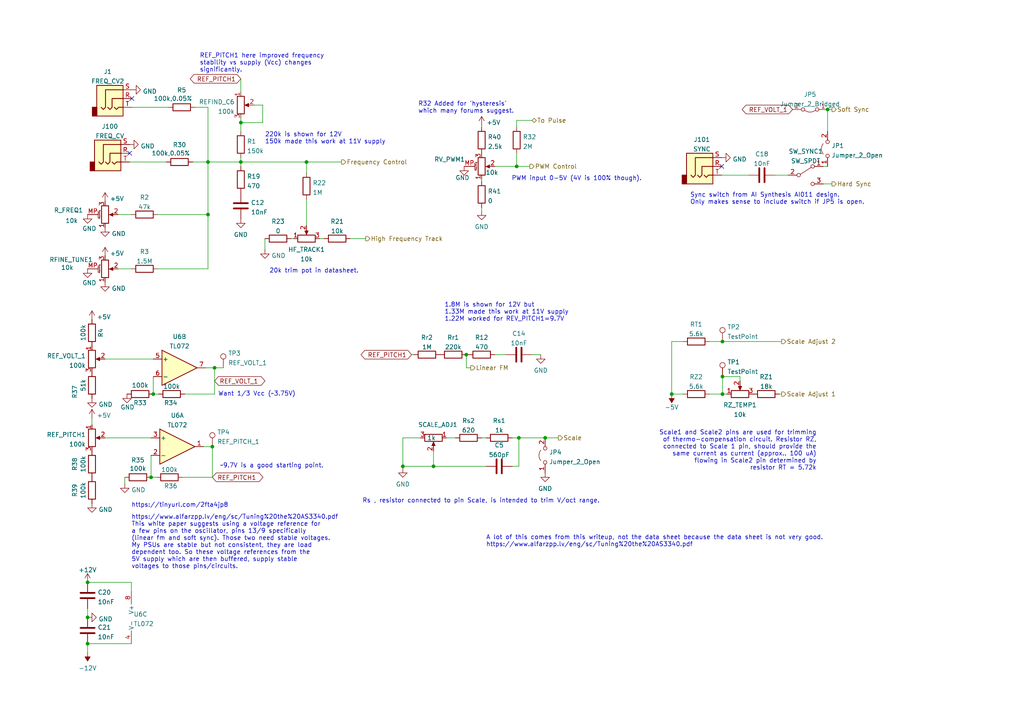
<source format=kicad_sch>
(kicad_sch (version 20211123) (generator eeschema)
  (paper "A4")
  (title_block (title "3340_VCO") (date "2023-01-09") (rev "2.1") (company "RobotDialogs"))
  (lib_symbols
    (symbol "Amplifier_Operational:TL072" (pin_names (offset 0.127))
      (property "Reference" "U" (at 0 5.08 0))
      (property "Value" "TL072" (at 0 -5.08 0))
      (symbol "TL072_1_1"
        (polyline (pts (xy -5.08 5.08) (xy 5.08 0) (xy -5.08 -5.08) (xy -5.08 5.08)) (stroke (width 0.254)) (fill (type background)))
        (pin output line (at 7.62 0 180) (length 2.54) (name "~") (number "1"))
        (pin input line (at -7.62 -2.54 0) (length 2.54) (name "-") (number "2"))
        (pin input line (at -7.62 2.54 0) (length 2.54) (name "+") (number "3"))
      )
      (symbol "TL072_2_1"
        (polyline (pts (xy -5.08 5.08) (xy 5.08 0) (xy -5.08 -5.08) (xy -5.08 5.08)) (stroke (width 0.254)) (fill (type background)))
        (pin input line (at -7.62 2.54 0) (length 2.54) (name "+") (number "5"))
        (pin input line (at -7.62 -2.54 0) (length 2.54) (name "-") (number "6"))
        (pin output line (at 7.62 0 180) (length 2.54) (name "~") (number "7"))
      )
      (symbol "TL072_3_1"
        (pin power_in line (at -2.54 -7.62 90) (length 3.81) (name "V-") (number "4"))
        (pin power_in line (at -2.54 7.62 270) (length 3.81) (name "V+") (number "8"))
      )
    )
    (symbol "Connector:AudioJack3"
      (property "Reference" "J" (at 0 8.89 0))
      (property "Value" "AudioJack3" (at 0 6.35 0))
      (symbol "AudioJack3_0_1"
        (rectangle (start -5.08 -5.08) (end -6.35 -2.54) (stroke (width 0.254)) (fill (type outline)))
        (polyline (pts (xy 0 -2.54) (xy 0.635 -3.175) (xy 1.27 -2.54) (xy 2.54 -2.54)) (stroke (width 0.254)))
        (polyline (pts (xy -1.905 -2.54) (xy -1.27 -3.175) (xy -0.635 -2.54) (xy -0.635 0) (xy 2.54 0)) (stroke (width 0.254)))
        (polyline (pts (xy 2.54 2.54) (xy -2.54 2.54) (xy -2.54 -2.54) (xy -3.175 -3.175) (xy -3.81 -2.54)) (stroke (width 0.254)))
        (rectangle (start 2.54 3.81) (end -5.08 -5.08) (stroke (width 0.254)) (fill (type background)))
      )
      (symbol "AudioJack3_1_1"
        (pin passive line (at 5.08 0 180) (length 2.54) (name "~") (number "R"))
        (pin passive line (at 5.08 2.54 180) (length 2.54) (name "~") (number "S"))
        (pin passive line (at 5.08 -2.54 180) (length 2.54) (name "~") (number "T"))
      )
    )
    (symbol "Connector:TestPoint" (pin_numbers hide) (pin_names (offset 0.762) hide)
      (property "Reference" "TP" (at 0 6.858 0))
      (property "Value" "TestPoint" (at 0 5.08 0))
      (symbol "TestPoint_0_1"
        (circle (center 0 3.302) (radius 0.762))
      )
      (symbol "TestPoint_1_1"
        (pin passive line (at 0 0 90) (length 2.54) (name "1") (number "1"))
      )
    )
    (symbol "Device:C" (pin_numbers hide) (pin_names (offset 0.254))
      (property "Reference" "C" (at 0.635 2.54 0))
      (property "Value" "C" (at 0.635 -2.54 0))
      (symbol "C_0_1"
        (polyline (pts (xy -2.032 -0.762) (xy 2.032 -0.762)) (stroke (width 0.508)))
        (polyline (pts (xy -2.032 0.762) (xy 2.032 0.762)) (stroke (width 0.508)))
      )
      (symbol "C_1_1"
        (pin passive line (at 0 3.81 270) (length 2.794) (name "~") (number "1"))
        (pin passive line (at 0 -3.81 90) (length 2.794) (name "~") (number "2"))
      )
    )
    (symbol "Device:R" (pin_numbers hide) (pin_names (offset 0))
      (property "Reference" "R" (at 2.032 0 90))
      (property "Value" "R" (at 0 0 90))
      (symbol "R_0_1"
        (rectangle (start -1.016 -2.54) (end 1.016 2.54) (stroke (width 0.254)))
      )
      (symbol "R_1_1"
        (pin passive line (at 0 3.81 270) (length 1.27) (name "~") (number "1"))
        (pin passive line (at 0 -3.81 90) (length 1.27) (name "~") (number "2"))
      )
    )
    (symbol "Device:R_Potentiometer" (pin_names (offset 1.016) hide)
      (property "Reference" "RV" (at -4.445 0 90))
      (property "Value" "R_Potentiometer" (at -2.54 0 90))
      (symbol "R_Potentiometer_0_1"
        (polyline (pts (xy 2.54 0) (xy 1.524 0)))
        (polyline (pts (xy 1.143 0) (xy 2.286 0.508) (xy 2.286 -0.508) (xy 1.143 0)) (fill (type outline)))
        (rectangle (start 1.016 2.54) (end -1.016 -2.54) (stroke (width 0.254)))
      )
      (symbol "R_Potentiometer_1_1"
        (pin passive line (at 0 3.81 270) (length 1.27) (name "1") (number "1"))
        (pin passive line (at 3.81 0 180) (length 1.27) (name "2") (number "2"))
        (pin passive line (at 0 -3.81 90) (length 1.27) (name "3") (number "3"))
      )
    )
    (symbol "Device:R_Potentiometer_MountingPin" (pin_names (offset 1.016) hide)
      (property "Reference" "RV" (at -8.255 0 90))
      (property "Value" "R_Potentiometer_MountingPin" (at -6.35 0 90))
      (symbol "R_Potentiometer_MountingPin_0_1"
        (polyline (pts (xy 2.54 0) (xy 1.524 0)))
        (polyline (pts (xy 1.143 0) (xy 2.286 0.508) (xy 2.286 -0.508)) (fill (type outline)))
        (rectangle (start 1.016 2.54) (end -1.016 -2.54) (stroke (width 0.254)))
      )
      (symbol "R_Potentiometer_MountingPin_1_1"
        (polyline (pts (xy -2.032 1.016) (xy -2.032 -1.016)) (stroke (width 0.1524)))
        (text "Mounting" (at -1.651 0 900) (effects (font (size 0.381 0.381))))
        (pin passive line (at 0 3.81 270) (length 1.27) (name "1") (number "1"))
        (pin passive line (at 3.81 0 180) (length 1.27) (name "2") (number "2"))
        (pin passive line (at 0 -3.81 90) (length 1.27) (name "3") (number "3"))
        (pin passive line (at -5.08 0 0) (length 3.048) (name "MountPin") (number "MP"))
      )
    )
    (symbol "Jumper:Jumper_2_Bridged" (pin_names (offset 0) hide)
      (property "Reference" "JP" (at 0 1.905 0))
      (property "Value" "Jumper_2_Bridged" (at 0 -2.54 0))
      (symbol "Jumper_2_Bridged_0_0"
        (circle (center -2.032 0) (radius 0.508))
        (circle (center 2.032 0) (radius 0.508))
      )
      (symbol "Jumper_2_Bridged_0_1"
        (arc (start 1.524 0.254) (mid 0 0.762) (end -1.524 0.254))
      )
      (symbol "Jumper_2_Bridged_1_1"
        (pin passive line (at -5.08 0 0) (length 2.54) (name "A") (number "1"))
        (pin passive line (at 5.08 0 180) (length 2.54) (name "B") (number "2"))
      )
    )
    (symbol "Jumper:Jumper_2_Open" (pin_names (offset 0) hide)
      (property "Reference" "JP" (at 0 2.794 0))
      (property "Value" "Jumper_2_Open" (at 0 -2.286 0))
      (symbol "Jumper_2_Open_0_0"
        (circle (center -2.032 0) (radius 0.508))
        (circle (center 2.032 0) (radius 0.508))
      )
      (symbol "Jumper_2_Open_0_1"
        (arc (start 1.524 1.27) (mid 0 1.778) (end -1.524 1.27))
      )
      (symbol "Jumper_2_Open_1_1"
        (pin passive line (at -5.08 0 0) (length 2.54) (name "A") (number "1"))
        (pin passive line (at 5.08 0 180) (length 2.54) (name "B") (number "2"))
      )
    )
    (symbol "Switch:SW_SPDT" (pin_names (offset 0) hide)
      (property "Reference" "SW" (at 0 4.318 0))
      (property "Value" "SW_SPDT" (at 0 -5.08 0))
      (symbol "SW_SPDT_0_0"
        (circle (center -2.032 0) (radius 0.508))
        (circle (center 2.032 -2.54) (radius 0.508))
      )
      (symbol "SW_SPDT_0_1"
        (polyline (pts (xy -1.524 0.254) (xy 1.651 2.286)))
        (circle (center 2.032 2.54) (radius 0.508))
      )
      (symbol "SW_SPDT_1_1"
        (pin passive line (at 5.08 2.54 180) (length 2.54) (name "A") (number "1"))
        (pin passive line (at -5.08 0 0) (length 2.54) (name "B") (number "2"))
        (pin passive line (at 5.08 -2.54 180) (length 2.54) (name "C") (number "3"))
      )
    )
    (symbol "power:+12V" (power) (pin_names (offset 0))
      (property "Value" "+12V" (at 0 3.556 0))
      (symbol "+12V_0_1"
        (polyline (pts (xy -0.762 1.27) (xy 0 2.54)))
        (polyline (pts (xy 0 0) (xy 0 2.54)))
        (polyline (pts (xy 0 2.54) (xy 0.762 1.27)))
      )
      (symbol "+12V_1_1"
        (pin power_in line (at 0 0 90) (length 0) hide (name "+12V") (number "1"))
      )
    )
    (symbol "power:+5V" (power) (pin_names (offset 0))
      (property "Value" "+5V" (at 0 3.556 0))
      (symbol "+5V_0_1"
        (polyline (pts (xy -0.762 1.27) (xy 0 2.54)))
        (polyline (pts (xy 0 0) (xy 0 2.54)))
        (polyline (pts (xy 0 2.54) (xy 0.762 1.27)))
      )
      (symbol "+5V_1_1"
        (pin power_in line (at 0 0 90) (length 0) hide (name "+5V") (number "1"))
      )
    )
    (symbol "power:-12V" (power) (pin_names (offset 0))
      (property "Value" "-12V" (at 0 3.81 0))
      (symbol "-12V_0_0"
        (pin power_in line (at 0 0 90) (length 0) hide (name "-12V") (number "1"))
      )
      (symbol "-12V_0_1"
        (polyline (pts (xy 0 0) (xy 0 1.27) (xy 0.762 1.27) (xy 0 2.54) (xy -0.762 1.27) (xy 0 1.27)) (fill (type outline)))
      )
    )
    (symbol "power:-5V" (power) (pin_names (offset 0))
      (property "Value" "-5V" (at 0 3.81 0))
      (symbol "-5V_0_0"
        (pin power_in line (at 0 0 90) (length 0) hide (name "-5V") (number "1"))
      )
      (symbol "-5V_0_1"
        (polyline (pts (xy 0 0) (xy 0 1.27) (xy 0.762 1.27) (xy 0 2.54) (xy -0.762 1.27) (xy 0 1.27)) (fill (type outline)))
      )
    )
    (symbol "power:GND" (power) (pin_names (offset 0))
      (property "Value" "GND" (at 0 -3.81 0))
      (symbol "GND_0_1"
        (polyline (pts (xy 0 0) (xy 0 -1.27) (xy 1.27 -1.27) (xy 0 -2.54) (xy -1.27 -1.27) (xy 0 -1.27)))
      )
      (symbol "GND_1_1"
        (pin power_in line (at 0 0 270) (length 0) hide (name "GND") (number "1"))
      )
    )
  )
  (junction (at 209.55 99.06))
  (junction (at 209.55 109.22))
  (junction (at 209.55 114.3))
  (junction (at 116.84 135.255))
  (junction (at 25.4 179.07))
  (junction (at 125.73 135.255))
  (junction (at 43.815 138.43))
  (junction (at 60.325 46.99))
  (junction (at 194.818 114.3))
  (junction (at 158.115 127))
  (junction (at 25.4 168.91))
  (junction (at 25.4 186.69))
  (junction (at 149.86 48.26))
  (junction (at 69.85 46.99))
  (junction (at 69.85 35.56))
  (junction (at 61.595 129.54))
  (junction (at 88.9 46.99))
  (junction (at 44.45 114.3))
  (junction (at 60.325 62.23))
  (junction (at 240.03 31.75))
  (junction (at 62.23 106.68))
  (junction (at 135.255 102.87))
  (junction (at 150.495 127))
  (no_connect (at 37.592 44.45))
  (no_connect (at 209.296 48.26))
  (no_connect (at 38.227 28.575))
  (wire (pts (xy 143.51 102.87) (xy 146.685 102.87)))
  (wire (pts (xy 116.84 135.89) (xy 116.84 135.255)))
  (wire (pts (xy 34.29 62.23) (xy 38.1 62.23)))
  (wire (pts (xy 125.73 135.255) (xy 140.97 135.255)))
  (wire (pts (xy 69.85 46.99) (xy 69.85 48.26)))
  (wire (pts (xy 150.495 127) (xy 158.115 127)))
  (wire (pts (xy 149.86 34.925) (xy 154.305 34.925)))
  (wire (pts (xy 116.84 135.255) (xy 116.84 127)))
  (wire (pts (xy 150.495 127) (xy 150.495 135.255)))
  (wire (pts (xy 224.79 50.8) (xy 228.6 50.8)))
  (wire (pts (xy 125.73 135.255) (xy 125.73 130.81)))
  (wire (pts (xy 149.86 36.83) (xy 149.86 34.925)))
  (wire (pts (xy 62.23 106.68) (xy 64.77 106.68)))
  (wire (pts (xy 116.84 127) (xy 121.92 127)))
  (wire (pts (xy 194.818 99.06) (xy 194.818 114.3)))
  (wire (pts (xy 135.255 102.87) (xy 135.255 106.68)))
  (wire (pts (xy 226.06 114.3) (xy 226.695 114.3)))
  (wire (pts (xy 101.6 69.215) (xy 106.045 69.215)))
  (wire (pts (xy 60.325 77.978) (xy 60.325 62.23)))
  (wire (pts (xy 45.72 77.978) (xy 60.325 77.978)))
  (wire (pts (xy 240.03 31.75) (xy 240.03 38.1)))
  (wire (pts (xy 76.2 35.56) (xy 76.2 30.48)))
  (wire (pts (xy 37.592 46.99) (xy 48.26 46.99)))
  (wire (pts (xy 30.48 81.788) (xy 30.48 81.915)))
  (wire (pts (xy 59.69 106.68) (xy 62.23 106.68)))
  (wire (pts (xy 139.7 61.214) (xy 139.7 60.198)))
  (wire (pts (xy 69.85 22.86) (xy 69.85 26.67)))
  (wire (pts (xy 34.29 77.978) (xy 38.1 77.978)))
  (wire (pts (xy 25.4 176.53) (xy 25.4 179.07)))
  (wire (pts (xy 30.48 127) (xy 43.815 127)))
  (wire (pts (xy 43.815 138.43) (xy 45.339 138.43)))
  (wire (pts (xy 25.4 186.69) (xy 38.1 186.69)))
  (wire (pts (xy 116.84 135.255) (xy 125.73 135.255)))
  (wire (pts (xy 45.72 62.23) (xy 60.325 62.23)))
  (wire (pts (xy 139.7 36.322) (xy 139.7 36.83)))
  (wire (pts (xy 154.305 102.87) (xy 156.845 102.87)))
  (wire (pts (xy 129.54 127) (xy 132.08 127)))
  (wire (pts (xy 38.1 168.91) (xy 38.1 171.45)))
  (wire (pts (xy 88.9 46.99) (xy 88.9 50.165)))
  (wire (pts (xy 69.85 35.56) (xy 69.85 38.1)))
  (wire (pts (xy 55.88 46.99) (xy 60.325 46.99)))
  (wire (pts (xy 135.255 102.87) (xy 135.89 102.87)))
  (wire (pts (xy 194.818 114.3) (xy 198.12 114.3)))
  (wire (pts (xy 194.818 99.06) (xy 198.12 99.06)))
  (wire (pts (xy 43.815 132.08) (xy 43.815 138.43)))
  (wire (pts (xy 149.86 48.26) (xy 153.67 48.26)))
  (wire (pts (xy 44.45 109.22) (xy 44.45 114.3)))
  (wire (pts (xy 44.45 114.3) (xy 45.974 114.3)))
  (wire (pts (xy 69.85 46.99) (xy 88.9 46.99)))
  (wire (pts (xy 62.23 114.3) (xy 62.23 106.68)))
  (wire (pts (xy 92.71 69.215) (xy 93.98 69.215)))
  (wire (pts (xy 59.055 129.54) (xy 61.595 129.54)))
  (wire (pts (xy 30.48 104.14) (xy 44.45 104.14)))
  (wire (pts (xy 53.594 114.3) (xy 62.23 114.3)))
  (wire (pts (xy 205.74 99.06) (xy 209.55 99.06)))
  (wire (pts (xy 214.63 110.49) (xy 214.63 109.22)))
  (wire (pts (xy 25.4 186.69) (xy 25.4 189.23)))
  (wire (pts (xy 69.85 45.72) (xy 69.85 46.99)))
  (wire (pts (xy 240.03 48.26) (xy 238.76 48.26)))
  (wire (pts (xy 69.85 34.29) (xy 69.85 35.56)))
  (wire (pts (xy 52.959 138.43) (xy 61.595 138.43)))
  (wire (pts (xy 56.515 31.115) (xy 60.325 31.115)))
  (wire (pts (xy 150.495 135.255) (xy 148.59 135.255)))
  (wire (pts (xy 25.4 168.91) (xy 38.1 168.91)))
  (wire (pts (xy 69.85 35.56) (xy 76.2 35.56)))
  (wire (pts (xy 241.3 31.75) (xy 240.03 31.75)))
  (wire (pts (xy 76.2 30.48) (xy 73.66 30.48)))
  (wire (pts (xy 30.48 74.168) (xy 30.48 74.295)))
  (wire (pts (xy 149.86 44.45) (xy 149.86 48.26)))
  (wire (pts (xy 148.59 127) (xy 150.495 127)))
  (wire (pts (xy 209.55 114.3) (xy 210.82 114.3)))
  (wire (pts (xy 238.76 53.34) (xy 241.3 53.34)))
  (wire (pts (xy 84.455 69.215) (xy 85.09 69.215)))
  (wire (pts (xy 26.67 121.285) (xy 26.67 123.19)))
  (wire (pts (xy 119.38 102.87) (xy 120.015 102.87)))
  (wire (pts (xy 209.296 50.8) (xy 217.17 50.8)))
  (wire (pts (xy 60.325 46.99) (xy 60.325 62.23)))
  (wire (pts (xy 209.55 99.06) (xy 226.695 99.06)))
  (wire (pts (xy 88.9 46.99) (xy 99.06 46.99)))
  (wire (pts (xy 135.255 106.68) (xy 136.525 106.68)))
  (wire (pts (xy 60.325 46.99) (xy 69.85 46.99)))
  (wire (pts (xy 158.115 127) (xy 161.925 127)))
  (wire (pts (xy 205.74 114.3) (xy 209.55 114.3)))
  (wire (pts (xy 143.51 48.26) (xy 149.86 48.26)))
  (wire (pts (xy 36.195 140.335) (xy 36.195 138.43)))
  (wire (pts (xy 38.227 31.115) (xy 48.895 31.115)))
  (wire (pts (xy 214.63 109.22) (xy 209.55 109.22)))
  (wire (pts (xy 139.7 127) (xy 140.97 127)))
  (wire (pts (xy 139.7 52.578) (xy 139.7 52.07)))
  (wire (pts (xy 76.835 69.215) (xy 76.835 72.39)))
  (wire (pts (xy 61.595 138.43) (xy 61.595 129.54)))
  (wire (pts (xy 209.55 109.22) (xy 209.55 114.3)))
  (wire (pts (xy 88.9 57.785) (xy 88.9 65.405)))
  (wire (pts (xy 60.325 31.115) (xy 60.325 46.99)))
  (text "R32 Added for 'hysteresis'\nwhich many forums suggest." (at 121.285 33.02 0) (effects (font (size 1.27 1.27)) (justify left bottom)))
  (text "Scale1 and Scale2 pins are used for trimming\nof thermo-compensation circuit. Resistor RZ,\nconnected to Scale 1 pin, should provide the\nsame current as current (approx.. 100 uA)\nflowing in Scale2 pin determined by\nresistor RT = 5.72k" (at 236.855 136.525 0) (effects (font (size 1.27 1.27)) (justify right bottom)))
  (text "PWM input 0-5V (4V is 100% though)." (at 186.182 52.578 180) (effects (font (size 1.27 1.27)) (justify right bottom)))
  (text "220k is shown for 12V\n150k made this work at 11V supply" (at 76.835 41.91 0) (effects (font (size 1.27 1.27)) (justify left bottom)))
  (text "REF_PITCH1 here improved frequency\nstability vs supply (Vcc) changes\nsignificantly." (at 57.912 21.082 0) (effects (font (size 1.27 1.27)) (justify left bottom)))
  (text "~9.7V is a good starting point." (at 63.754 135.89 0) (effects (font (size 1.27 1.27)) (justify left bottom)))
  (text "https://www.alfarzpp.lv/eng/sc/Tuning%20the%20AS3340.pdf\nThis white paper suggests using a voltage reference for \na few pins on the oscillator, pins 13/9 specifically \n(linear fm and soft sync). Those two need stable voltages. \nMy PSUs are stable but not consistent, they are load \ndependent too. So these voltage references from the\n5V supply which are then buffered, supply stable \nvoltages to those pins/circuits." (at 38.1 165.1 0) (effects (font (size 1.27 1.27)) (justify left bottom)))
  (text "Sync switch from AI Synthesis AI011 design.\nOnly makes sense to include switch if JP5 is open." (at 200.152 59.436 0) (effects (font (size 1.27 1.27)) (justify left bottom)))
  (text "20k trim pot in datasheet." (at 78.105 79.375 0) (effects (font (size 1.27 1.27)) (justify left bottom)))
  (text "Rs , resistor connected to pin Scale, is intended to trim V/oct range.\n" (at 173.99 146.05 0) (effects (font (size 1.27 1.27)) (justify right bottom)))
  (text "https://tinyurl.com/2fta4jp8" (at 38.1 147.32 0) (effects (font (size 1.27 1.27)) (justify left bottom)))
  (text "1.8M is shown for 12V but\n1.33M made this work at 11V supply\n1.22M worked for REV_PITCH1=9.7V" (at 128.905 93.345 0) (effects (font (size 1.27 1.27)) (justify left bottom)))
  (text "Want 1/3 Vcc (~3.75V)" (at 63.246 115.062 0) (effects (font (size 1.27 1.27)) (justify left bottom)))
  (text "A lot of this comes from this writeup, not the data sheet because the data sheet is not very good.\nhttps://www.alfarzpp.lv/eng/sc/Tuning%20the%20AS3340.pdf" (at 140.97 158.75 0) (effects (font (size 1.27 1.27)) (justify left bottom)))
  (global_label "REF_VOLT_1" (shape bidirectional) (at 229.87 31.75 180) (property "Intersheet References" "${INTERSHEET_REFS}" (effects hide)))
  (global_label "REF_PITCH1" (shape bidirectional) (at 61.595 138.43 0) (property "Intersheet References" "${INTERSHEET_REFS}" (effects hide)))
  (global_label "REF_PITCH1" (shape bidirectional) (at 69.85 22.86 180) (property "Intersheet References" "${INTERSHEET_REFS}" (effects hide)))
  (global_label "REF_PITCH1" (shape bidirectional) (at 119.38 102.87 180) (property "Intersheet References" "${INTERSHEET_REFS}" (effects hide)))
  (global_label "REF_VOLT_1" (shape bidirectional) (at 62.23 110.49 0) (property "Intersheet References" "${INTERSHEET_REFS}" (effects hide)))
  (hierarchical_label "To Pulse" (shape bidirectional) (at 154.305 34.925 0))
  (hierarchical_label "Soft Sync" (shape output) (at 241.3 31.75 0))
  (hierarchical_label "Frequency Control" (shape output) (at 99.06 46.99 0))
  (hierarchical_label "Scale" (shape output) (at 161.925 127 0))
  (hierarchical_label "PWM Control" (shape output) (at 153.67 48.26 0))
  (hierarchical_label "Linear FM" (shape output) (at 136.525 106.68 0))
  (hierarchical_label "Hard Sync" (shape output) (at 241.3 53.34 0))
  (hierarchical_label "Scale Adjust 1" (shape output) (at 226.695 114.3 0))
  (hierarchical_label "Scale Adjust 2" (shape output) (at 226.695 99.06 0))
  (hierarchical_label "High Frequency Track" (shape output) (at 106.045 69.215 0))
  (symbol (lib_id "power:GND") (at 76.835 72.39 0) (mirror y) (unit 1)
    (property "Reference" "#PWR038" (effects hide))
    (property "Value" "GND" (at 78.74 74.139 0) (effects (justify right)))
  )
  (symbol (lib_id "power:GND") (at 26.67 146.05 0) (mirror y) (unit 1)
    (property "Reference" "#PWR051" (effects hide))
    (property "Value" "GND" (at 28.575 147.799 0) (effects (justify right)))
  )
  (symbol (lib_id "Amplifier_Operational:TL072") (at 51.435 129.54 0) (unit 1)
    (property "Reference" "U6" (at 51.435 120.4935 0))
    (property "Value" "TL072" (at 51.435 123.2686 0))
    (property "Footprint" "Package_DIP:DIP-8_W7.62mm_Socket_LongPads" (effects hide))
    (property "Datasheet" "http://www.ti.com/lit/ds/symlink/tl071.pdf" (effects hide))
  )
  (symbol (lib_id "Device:C") (at 150.495 102.87 90) (unit 1)
    (property "Reference" "C14" (at 150.495 96.7445 90))
    (property "Value" "10nF" (at 150.495 99.5196 90))
    (property "Footprint" "Capacitor_SMD:C_1206_3216Metric_Pad1.33x1.80mm_HandSolder" (effects hide))
  )
  (symbol (lib_id "power:GND") (at 69.85 63.5 0) (unit 1)
    (property "Reference" "#PWR015" (effects hide))
    (property "Value" "GND" (at 69.85 68.0625 0))
  )
  (symbol (lib_id "Connector:AudioJack3") (at 33.147 28.575 0) (unit 1)
    (property "Reference" "J1" (at 31.242 20.7985 0))
    (property "Value" "FREQ_CV2" (at 31.242 23.5736 0))
    (property "Footprint" "My Stuff:Jack_3.5mm_MJ-355W_Vertical" (effects hide))
  )
  (symbol (lib_id "Device:R") (at 69.85 52.07 0) (unit 1)
    (property "Reference" "R19" (at 71.628 51.1615 0) (effects (justify left)))
    (property "Value" "470" (at 71.628 53.9366 0) (effects (justify left)))
    (property "Footprint" "Resistor_SMD:R_1206_3216Metric_Pad1.30x1.75mm_HandSolder" (effects hide))
  )
  (symbol (lib_id "Jumper:Jumper_2_Open") (at 240.03 43.18 90) (unit 1)
    (property "Reference" "JP1" (at 241.173 42.2715 90) (effects (justify right)))
    (property "Value" "Jumper_2_Open" (at 241.173 45.0466 90) (effects (justify right)))
    (property "Footprint" "Jumper:SolderJumper-2_P1.3mm_Open_Pad1.0x1.5mm" (effects hide))
  )
  (symbol (lib_id "power:GND") (at 25.4 77.978 0) (mirror y) (unit 1)
    (property "Reference" "#PWR0115" (effects hide))
    (property "Value" "GND" (at 23.876 82.042 0) (effects (justify right)))
  )
  (symbol (lib_id "Device:C") (at 69.85 59.69 180) (unit 1)
    (property "Reference" "C12" (at 72.771 58.7815 0) (effects (justify right)))
    (property "Value" "10nF" (at 72.771 61.5566 0) (effects (justify right)))
    (property "Footprint" "Capacitor_SMD:C_1206_3216Metric_Pad1.33x1.80mm_HandSolder" (effects hide))
  )
  (symbol (lib_id "power:GND") (at 25.4 62.23 0) (mirror y) (unit 1)
    (property "Reference" "#PWR0116" (effects hide))
    (property "Value" "GND" (at 23.876 66.294 0) (effects (justify right)))
  )
  (symbol (lib_id "Device:R") (at 139.7 102.87 270) (unit 1)
    (property "Reference" "R12" (at 139.7 97.8875 90))
    (property "Value" "470" (at 139.7 100.6626 90))
    (property "Footprint" "Resistor_SMD:R_1206_3216Metric_Pad1.30x1.75mm_HandSolder" (effects hide))
  )
  (symbol (lib_id "Device:R") (at 139.7 40.64 180) (unit 1)
    (property "Reference" "R40" (at 141.478 39.7315 0) (effects (justify right)))
    (property "Value" "2.5k" (at 141.478 42.5066 0) (effects (justify right)))
    (property "Footprint" "Resistor_SMD:R_1206_3216Metric_Pad1.30x1.75mm_HandSolder" (effects hide))
  )
  (symbol (lib_id "power:+5V") (at 26.67 92.71 0) (unit 1)
    (property "Reference" "#PWR042" (effects hide))
    (property "Value" "+5V" (at 28.067 91.919 0) (effects (justify left)))
  )
  (symbol (lib_id "power:GND") (at 158.115 137.16 0) (unit 1)
    (property "Reference" "#PWR018" (effects hide))
    (property "Value" "GND" (at 158.115 141.7225 0))
  )
  (symbol (lib_id "Device:R") (at 123.825 102.87 270) (unit 1)
    (property "Reference" "Rr2" (at 123.825 97.8875 90))
    (property "Value" "1M" (at 123.825 100.6626 90))
    (property "Footprint" "Resistor_SMD:R_1206_3216Metric_Pad1.30x1.75mm_HandSolder" (effects hide))
  )
  (symbol (lib_id "power:-12V") (at 25.4 189.23 180) (unit 1)
    (property "Reference" "#PWR049" (effects hide))
    (property "Value" "-12V" (at 25.4 193.7925 0))
  )
  (symbol (lib_id "power:GND") (at 209.296 45.72 90) (unit 1)
    (property "Reference" "#PWR014" (effects hide))
    (property "Value" "GND" (at 212.471 46.199 90) (effects (justify right)))
  )
  (symbol (lib_id "power:GND") (at 30.48 81.915 0) (mirror y) (unit 1)
    (property "Reference" "#PWR040" (effects hide))
    (property "Value" "GND" (at 32.385 83.664 0) (effects (justify right)))
  )
  (symbol (lib_id "Device:R") (at 26.67 111.76 180) (unit 1)
    (property "Reference" "R37" (at 21.6875 113.665 90))
    (property "Value" "51k" (at 24.13 111.76 90))
    (property "Footprint" "Resistor_SMD:R_1206_3216Metric_Pad1.30x1.75mm_HandSolder" (effects hide))
  )
  (symbol (lib_id "power:GND") (at 30.48 66.04 0) (mirror y) (unit 1)
    (property "Reference" "#PWR037" (effects hide))
    (property "Value" "GND" (at 32.385 67.789 0) (effects (justify right)))
  )
  (symbol (lib_id "Device:R") (at 69.85 41.91 0) (unit 1)
    (property "Reference" "R1" (at 71.628 41.0015 0) (effects (justify left)))
    (property "Value" "150k" (at 71.628 43.7766 0) (effects (justify left)))
    (property "Footprint" "Resistor_SMD:R_1206_3216Metric_Pad1.30x1.75mm_HandSolder" (effects hide))
  )
  (symbol (lib_id "Device:R") (at 41.91 77.978 270) (unit 1)
    (property "Reference" "R3" (at 41.91 72.9955 90))
    (property "Value" "1.5M" (at 41.91 75.7706 90))
    (property "Footprint" "Resistor_SMD:R_1206_3216Metric_Pad1.30x1.75mm_HandSolder" (effects hide))
  )
  (symbol (lib_id "Device:R") (at 52.705 31.115 270) (unit 1)
    (property "Reference" "R5" (at 52.705 26.1325 90))
    (property "Value" "100k,0.05%" (at 50.165 28.575 90))
    (property "Footprint" "Resistor_SMD:R_1206_3216Metric_Pad1.30x1.75mm_HandSolder" (effects hide))
  )
  (symbol (lib_id "Device:R_Potentiometer") (at 26.67 127 0) (unit 1)
    (property "Reference" "REF_PITCH1" (at 24.892 126.0915 0) (effects (justify right)))
    (property "Value" "100k" (at 24.892 128.8666 0) (effects (justify right)))
    (property "Footprint" "Potentiometer_THT:Potentiometer_Bourns_3296W_Vertical" (effects hide))
  )
  (symbol (lib_id "power:GND") (at 38.227 26.035 90) (unit 1)
    (property "Reference" "#PWR0117" (effects hide))
    (property "Value" "GND" (at 41.402 26.514 90) (effects (justify right)))
  )
  (symbol (lib_id "Device:R") (at 26.67 142.24 180) (unit 1)
    (property "Reference" "R39" (at 21.6875 142.24 90))
    (property "Value" "100k" (at 24.13 142.24 90))
    (property "Footprint" "Resistor_SMD:R_1206_3216Metric_Pad1.30x1.75mm_HandSolder" (effects hide))
  )
  (symbol (lib_id "Device:R") (at 52.07 46.99 270) (unit 1)
    (property "Reference" "R30" (at 52.07 42.0075 90))
    (property "Value" "100k,0.05%" (at 49.53 44.45 90))
    (property "Footprint" "Resistor_SMD:R_1206_3216Metric_Pad1.30x1.75mm_HandSolder" (effects hide))
  )
  (symbol (lib_id "Device:R") (at 40.005 138.43 90) (unit 1)
    (property "Reference" "R35" (at 40.005 133.4475 90))
    (property "Value" "100k" (at 40.005 135.89 90))
    (property "Footprint" "Resistor_SMD:R_1206_3216Metric_Pad1.30x1.75mm_HandSolder" (effects hide))
  )
  (symbol (lib_id "Device:C") (at 25.4 182.88 0) (unit 1)
    (property "Reference" "C21" (at 28.321 181.9715 0) (effects (justify left)))
    (property "Value" "10nF" (at 28.321 184.7466 0) (effects (justify left)))
    (property "Footprint" "Capacitor_SMD:C_1206_3216Metric_Pad1.33x1.80mm_HandSolder" (effects hide))
  )
  (symbol (lib_id "Device:R") (at 26.67 134.62 180) (unit 1)
    (property "Reference" "R38" (at 21.6875 134.62 90))
    (property "Value" "100k" (at 24.13 134.62 90))
    (property "Footprint" "Resistor_SMD:R_1206_3216Metric_Pad1.30x1.75mm_HandSolder" (effects hide))
  )
  (symbol (lib_id "Device:R_Potentiometer") (at 26.67 104.14 0) (unit 1)
    (property "Reference" "REF_VOLT_1" (at 24.8921 103.2315 0) (effects (justify right)))
    (property "Value" "100k" (at 24.8921 106.0066 0) (effects (justify right)))
    (property "Footprint" "Potentiometer_THT:Potentiometer_Bourns_3296W_Vertical" (effects hide))
  )
  (symbol (lib_id "Device:C") (at 220.98 50.8 90) (unit 1)
    (property "Reference" "C18" (at 220.98 44.6745 90))
    (property "Value" "10nF" (at 220.98 47.4496 90))
    (property "Footprint" "Capacitor_SMD:C_1206_3216Metric_Pad1.33x1.80mm_HandSolder" (effects hide))
  )
  (symbol (lib_id "Device:R_Potentiometer") (at 125.73 127 270) (unit 1)
    (property "Reference" "SCALE_ADJ1" (at 132.715 123.19 90) (effects (justify right)))
    (property "Value" "1k" (at 126.365 127 90) (effects (justify right)))
    (property "Footprint" "Potentiometer_THT:Potentiometer_Bourns_3296W_Vertical" (effects hide))
  )
  (symbol (lib_id "Connector:TestPoint") (at 209.55 99.06 0) (unit 1)
    (property "Reference" "TP2" (at 210.947 94.8495 0) (effects (justify left)))
    (property "Value" "TestPoint" (at 210.947 97.6246 0) (effects (justify left)))
    (property "Footprint" "Connector_PinHeader_2.54mm:PinHeader_1x01_P2.54mm_Vertical" (effects hide))
  )
  (symbol (lib_id "Connector:TestPoint") (at 64.77 106.68 0) (unit 1)
    (property "Reference" "TP3" (at 66.167 102.4695 0) (effects (justify left)))
    (property "Value" "REF_VOLT_1" (at 66.167 105.2446 0) (effects (justify left)))
    (property "Footprint" "Connector_PinHeader_2.54mm:PinHeader_1x01_P2.54mm_Vertical" (effects hide))
  )
  (symbol (lib_id "Device:R") (at 149.86 40.64 180) (unit 1)
    (property "Reference" "R32" (at 151.638 39.7315 0) (effects (justify right)))
    (property "Value" "2M" (at 151.638 42.5066 0) (effects (justify right)))
    (property "Footprint" "Resistor_SMD:R_1206_3216Metric_Pad1.30x1.75mm_HandSolder" (effects hide))
  )
  (symbol (lib_id "Device:R_Potentiometer_MountingPin") (at 30.48 77.978 0) (mirror x) (unit 1)
    (property "Reference" "RFINE_TUNE1" (at 26.924 75.311 0) (effects (justify right)))
    (property "Value" "10k" (at 21.336 77.597 0) (effects (justify right)))
    (property "Footprint" "My Stuff:Potentiometer_Alpha_RD901F-40-00D_Single_Vertical_w_3d" (effects hide))
  )
  (symbol (lib_id "Device:R") (at 135.89 127 270) (unit 1)
    (property "Reference" "Rs2" (at 135.89 122.0175 90))
    (property "Value" "620" (at 135.89 124.7926 90))
    (property "Footprint" "Resistor_SMD:R_1206_3216Metric_Pad1.30x1.75mm_HandSolder" (effects hide))
  )
  (symbol (lib_id "Device:R_Potentiometer_MountingPin") (at 30.48 62.23 0) (mirror x) (unit 1)
    (property "Reference" "R_FREQ1" (at 24.13 60.96 0) (effects (justify right)))
    (property "Value" "10k" (at 22.606 64.008 0) (effects (justify right)))
    (property "Footprint" "My Stuff:Potentiometer_Alpha_RD901F-40-00D_Single_Vertical_w_3d" (effects hide))
  )
  (symbol (lib_id "Device:R") (at 139.7 56.388 180) (unit 1)
    (property "Reference" "R41" (at 141.478 55.4795 0) (effects (justify right)))
    (property "Value" "0" (at 141.478 58.2546 0) (effects (justify right)))
    (property "Footprint" "Resistor_SMD:R_1206_3216Metric_Pad1.30x1.75mm_HandSolder" (effects hide))
  )
  (symbol (lib_id "power:GND") (at 37.592 41.91 90) (unit 1)
    (property "Reference" "#PWR013" (effects hide))
    (property "Value" "GND" (at 40.767 42.389 90) (effects (justify right)))
  )
  (symbol (lib_id "Device:R") (at 41.91 62.23 270) (unit 1)
    (property "Reference" "R2" (at 41.91 57.2475 90))
    (property "Value" "47k" (at 41.91 60.0226 90))
    (property "Footprint" "Resistor_SMD:R_1206_3216Metric_Pad1.30x1.75mm_HandSolder" (effects hide))
  )
  (symbol (lib_id "Jumper:Jumper_2_Open") (at 158.115 132.08 90) (unit 1)
    (property "Reference" "JP4" (at 159.258 131.1715 90) (effects (justify right)))
    (property "Value" "Jumper_2_Open" (at 159.258 133.9466 90) (effects (justify right)))
    (property "Footprint" "Connector_PinHeader_2.54mm:PinHeader_1x02_P2.54mm_Vertical" (effects hide))
  )
  (symbol (lib_id "Device:R_Potentiometer") (at 214.63 114.3 90) (unit 1)
    (property "Reference" "RZ_TEMP1" (at 214.63 117.4655 90))
    (property "Value" "10k" (at 214.63 120.2406 90))
    (property "Footprint" "Potentiometer_THT:Potentiometer_Bourns_3296W_Vertical" (effects hide))
  )
  (symbol (lib_id "power:+5V") (at 30.48 58.42 0) (unit 1)
    (property "Reference" "#PWR036" (effects hide))
    (property "Value" "+5V" (at 31.877 57.629 0) (effects (justify left)))
  )
  (symbol (lib_id "power:+12V") (at 25.4 168.91 0) (unit 1)
    (property "Reference" "#PWR047" (effects hide))
    (property "Value" "+12V" (at 25.4 165.3055 0))
  )
  (symbol (lib_id "Device:C") (at 144.78 135.255 90) (unit 1)
    (property "Reference" "C5" (at 144.78 129.1295 90))
    (property "Value" "560pF" (at 144.78 131.9046 90))
    (property "Footprint" "Capacitor_SMD:C_1206_3216Metric_Pad1.33x1.80mm_HandSolder" (effects hide))
  )
  (symbol (lib_id "Jumper:Jumper_2_Bridged") (at 234.95 31.75 180) (unit 1)
    (property "Reference" "JP5" (at 234.95 27.4025 0))
    (property "Value" "Jumper_2_Bridged" (at 234.95 30.1776 0))
    (property "Footprint" "Jumper:SolderJumper-2_P1.3mm_Bridged_Pad1.0x1.5mm" (effects hide))
  )
  (symbol (lib_id "power:GND") (at 156.845 102.87 0) (unit 1)
    (property "Reference" "#PWR016" (effects hide))
    (property "Value" "GND" (at 156.845 107.4325 0))
  )
  (symbol (lib_id "Switch:SW_SPDT") (at 233.68 50.8 0) (unit 1)
    (property "Reference" "SW_SYNC1" (at 233.68 43.9125 0))
    (property "Value" "SW_SPDT" (at 233.68 46.6876 0))
    (property "Footprint" "My Stuff:SPDT_Toggle" (effects hide))
  )
  (symbol (lib_id "Device:R_Potentiometer") (at 69.85 30.48 0) (unit 1)
    (property "Reference" "REFIND_C6" (at 68.072 29.5715 0) (effects (justify right)))
    (property "Value" "100k" (at 68.072 32.3466 0) (effects (justify right)))
    (property "Footprint" "Potentiometer_THT:Potentiometer_Bourns_3296W_Vertical" (effects hide))
  )
  (symbol (lib_id "Device:R") (at 26.67 96.52 180) (unit 1)
    (property "Reference" "R4" (at 29.21 96.52 90))
    (property "Value" "100k" (at 24.13 96.52 90))
    (property "Footprint" "Resistor_SMD:R_1206_3216Metric_Pad1.30x1.75mm_HandSolder" (effects hide))
  )
  (symbol (lib_id "Device:C") (at 25.4 172.72 0) (unit 1)
    (property "Reference" "C20" (at 28.321 171.8115 0) (effects (justify left)))
    (property "Value" "10nF" (at 28.321 174.5866 0) (effects (justify left)))
    (property "Footprint" "Capacitor_SMD:C_1206_3216Metric_Pad1.33x1.80mm_HandSolder" (effects hide))
  )
  (symbol (lib_id "Device:R") (at 40.64 114.3 90) (unit 1)
    (property "Reference" "R33" (at 40.64 116.84 90))
    (property "Value" "100k" (at 40.64 111.76 90))
    (property "Footprint" "Resistor_SMD:R_1206_3216Metric_Pad1.30x1.75mm_HandSolder" (effects hide))
  )
  (symbol (lib_id "power:GND") (at 36.195 140.335 0) (mirror y) (unit 1)
    (property "Reference" "#PWR046" (effects hide))
    (property "Value" "GND" (at 38.1 142.084 0) (effects (justify right)))
  )
  (symbol (lib_id "Device:R_Potentiometer") (at 88.9 69.215 90) (unit 1)
    (property "Reference" "HF_TRACK1" (at 88.9 72.3805 90))
    (property "Value" "10k" (at 88.9 75.1556 90))
    (property "Footprint" "Potentiometer_THT:Potentiometer_Bourns_3296W_Vertical" (effects hide))
  )
  (symbol (lib_id "Device:R") (at 222.25 114.3 270) (unit 1)
    (property "Reference" "RZ1" (at 222.25 109.3175 90))
    (property "Value" "18k" (at 222.25 112.0926 90))
    (property "Footprint" "Resistor_SMD:R_1206_3216Metric_Pad1.30x1.75mm_HandSolder" (effects hide))
  )
  (symbol (lib_id "power:GND") (at 25.4 179.07 90) (unit 1)
    (property "Reference" "#PWR048" (effects hide))
    (property "Value" "GND" (at 28.575 179.549 90) (effects (justify right)))
  )
  (symbol (lib_id "Device:R") (at 49.149 138.43 90) (unit 1)
    (property "Reference" "R36" (at 49.53 140.97 90))
    (property "Value" "100k" (at 49.149 136.2226 90))
    (property "Footprint" "Resistor_SMD:R_1206_3216Metric_Pad1.30x1.75mm_HandSolder" (effects hide))
  )
  (symbol (lib_id "power:GND") (at 26.67 115.57 0) (mirror y) (unit 1)
    (property "Reference" "#PWR044" (effects hide))
    (property "Value" "GND" (at 28.575 117.319 0) (effects (justify right)))
  )
  (symbol (lib_id "Device:R") (at 88.9 53.975 0) (unit 1)
    (property "Reference" "R22" (at 90.678 53.0665 0) (effects (justify left)))
    (property "Value" "1M" (at 90.678 55.8416 0) (effects (justify left)))
    (property "Footprint" "Resistor_SMD:R_1206_3216Metric_Pad1.30x1.75mm_HandSolder" (effects hide))
  )
  (symbol (lib_id "Device:R_Potentiometer_MountingPin") (at 139.7 48.26 0) (mirror x) (unit 1)
    (property "Reference" "RV_PWM1" (at 134.874 46.228 0) (effects (justify right)))
    (property "Value" "10k" (at 144.526 50.038 0) (effects (justify right)))
    (property "Footprint" "My Stuff:Potentiometer_Alpha_RD901F-40-00D_Single_Vertical_w_3d" (effects hide))
  )
  (symbol (lib_id "Connector:AudioJack3") (at 204.216 48.26 0) (unit 1)
    (property "Reference" "J101" (at 203.581 40.4835 0))
    (property "Value" "SYNC" (at 203.581 43.2586 0))
    (property "Footprint" "My Stuff:Jack_3.5mm_MJ-355W_Vertical" (effects hide))
  )
  (symbol (lib_id "Device:R") (at 201.93 114.3 270) (unit 1)
    (property "Reference" "RZ2" (at 201.93 109.3175 90))
    (property "Value" "5.6k" (at 201.93 112.0926 90))
    (property "Footprint" "Resistor_SMD:R_1206_3216Metric_Pad1.30x1.75mm_HandSolder" (effects hide))
  )
  (symbol (lib_id "power:GND") (at 116.84 135.89 0) (unit 1)
    (property "Reference" "#PWR017" (effects hide))
    (property "Value" "GND" (at 116.84 140.4525 0))
  )
  (symbol (lib_id "Amplifier_Operational:TL072") (at 40.64 179.07 0) (unit 3)
    (property "Reference" "U6" (at 38.735 178.1615 0) (effects (justify left)))
    (property "Value" "TL072" (at 38.735 180.9366 0) (effects (justify left)))
    (property "Footprint" "Package_DIP:DIP-8_W7.62mm_Socket_LongPads" (effects hide))
    (property "Datasheet" "http://www.ti.com/lit/ds/symlink/tl071.pdf" (effects hide))
  )
  (symbol (lib_id "Connector:TestPoint") (at 209.55 109.22 0) (unit 1)
    (property "Reference" "TP1" (at 210.947 105.0095 0) (effects (justify left)))
    (property "Value" "TestPoint" (at 210.947 107.7846 0) (effects (justify left)))
    (property "Footprint" "Connector_PinHeader_2.54mm:PinHeader_1x01_P2.54mm_Vertical" (effects hide))
  )
  (symbol (lib_id "power:GND") (at 36.83 114.3 0) (mirror y) (unit 1)
    (property "Reference" "#PWR050" (effects hide))
    (property "Value" "GND" (at 34.925 118.11 0) (effects (justify right)))
  )
  (symbol (lib_id "Device:R") (at 201.93 99.06 270) (unit 1)
    (property "Reference" "RT1" (at 201.93 94.0775 90))
    (property "Value" "5.6k" (at 201.93 96.8526 90))
    (property "Footprint" "Resistor_SMD:R_1206_3216Metric_Pad1.30x1.75mm_HandSolder" (effects hide))
  )
  (symbol (lib_id "power:GND") (at 134.62 48.26 0) (mirror y) (unit 1)
    (property "Reference" "#PWR0114" (effects hide))
    (property "Value" "GND" (at 132.08 51.562 0) (effects (justify right)))
  )
  (symbol (lib_id "Device:R") (at 97.79 69.215 270) (unit 1)
    (property "Reference" "R21" (at 97.79 64.2325 90))
    (property "Value" "10k" (at 97.79 67.0076 90))
    (property "Footprint" "Resistor_SMD:R_1206_3216Metric_Pad1.30x1.75mm_HandSolder" (effects hide))
  )
  (symbol (lib_id "power:-5V") (at 194.818 114.3 180) (unit 1)
    (property "Reference" "#PWR0118" (effects hide))
    (property "Value" "-5V" (at 196.85 118.11 0) (effects (justify left)))
  )
  (symbol (lib_id "power:+5V") (at 139.7 36.322 0) (unit 1)
    (property "Reference" "#PWR034" (effects hide))
    (property "Value" "+5V" (at 141.097 35.531 0) (effects (justify left)))
  )
  (symbol (lib_id "Device:R") (at 80.645 69.215 270) (unit 1)
    (property "Reference" "R23" (at 80.645 64.2325 90))
    (property "Value" "0" (at 80.645 67.0076 90))
    (property "Footprint" "Resistor_SMD:R_1206_3216Metric_Pad1.30x1.75mm_HandSolder" (effects hide))
  )
  (symbol (lib_id "Connector:TestPoint") (at 61.595 129.54 0) (unit 1)
    (property "Reference" "TP4" (at 62.992 125.3295 0) (effects (justify left)))
    (property "Value" "REF_PITCH_1" (at 62.992 128.1046 0) (effects (justify left)))
    (property "Footprint" "Connector_PinHeader_2.54mm:PinHeader_1x01_P2.54mm_Vertical" (effects hide))
  )
  (symbol (lib_id "Device:R") (at 144.78 127 270) (unit 1)
    (property "Reference" "Rs1" (at 144.78 122.0175 90))
    (property "Value" "1k" (at 144.78 124.7926 90))
    (property "Footprint" "Resistor_SMD:R_1206_3216Metric_Pad1.30x1.75mm_HandSolder" (effects hide))
  )
  (symbol (lib_id "power:+5V") (at 26.67 121.285 0) (unit 1)
    (property "Reference" "#PWR045" (effects hide))
    (property "Value" "+5V" (at 28.067 120.494 0) (effects (justify left)))
  )
  (symbol (lib_id "power:GND") (at 139.7 61.214 0) (unit 1)
    (property "Reference" "#PWR035" (effects hide))
    (property "Value" "GND" (at 139.7 65.7765 0))
  )
  (symbol (lib_id "Connector:AudioJack3") (at 32.512 44.45 0) (unit 1)
    (property "Reference" "J100" (at 31.877 36.6735 0))
    (property "Value" "FREQ_CV" (at 31.877 39.4486 0))
    (property "Footprint" "My Stuff:Jack_3.5mm_MJ-355W_Vertical" (effects hide))
  )
  (symbol (lib_id "power:+5V") (at 30.48 74.295 0) (unit 1)
    (property "Reference" "#PWR039" (effects hide))
    (property "Value" "+5V" (at 31.877 73.504 0) (effects (justify left)))
  )
  (symbol (lib_id "Amplifier_Operational:TL072") (at 52.07 106.68 0) (unit 2)
    (property "Reference" "U6" (at 52.07 97.6335 0))
    (property "Value" "TL072" (at 52.07 100.4086 0))
    (property "Footprint" "Package_DIP:DIP-8_W7.62mm_Socket_LongPads" (effects hide))
    (property "Datasheet" "http://www.ti.com/lit/ds/symlink/tl071.pdf" (effects hide))
  )
  (symbol (lib_id "Device:R") (at 131.445 102.87 270) (unit 1)
    (property "Reference" "Rr1" (at 131.445 97.8875 90))
    (property "Value" "220k" (at 131.445 100.6626 90))
    (property "Footprint" "Resistor_SMD:R_1206_3216Metric_Pad1.30x1.75mm_HandSolder" (effects hide))
  )
  (symbol (lib_id "Device:R") (at 49.784 114.3 90) (unit 1)
    (property "Reference" "R34" (at 49.53 116.84 90))
    (property "Value" "100k" (at 49.784 112.0926 90))
    (property "Footprint" "Resistor_SMD:R_1206_3216Metric_Pad1.30x1.75mm_HandSolder" (effects hide))
  )
)
</source>
